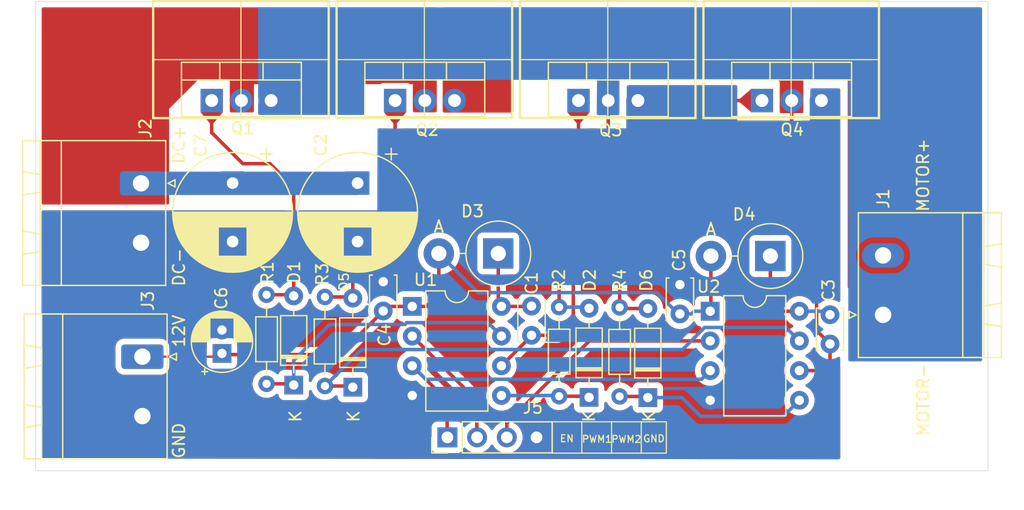
<source format=kicad_pcb>
(kicad_pcb (version 20240108) (generator "pcbnew") (generator_version "8.0")
  (layers (0 "F.Cu" signal) (31 "B.Cu" signal) (34 "B.Paste" user) (35 "F.Paste" user) (36 "B.SilkS" user "B.Silkscreen") (37 "F.SilkS" user "F.Silkscreen") (38 "B.Mask" user) (39 "F.Mask" user) (44 "Edge.Cuts" user))
  (net 0 "")
  (net 1 "Net-(D3-K)")
  (net 2 "Net-(J1-Pin_2)")
  (net 3 "GND")
  (net 4 "VDC")
  (net 5 "Net-(J1-Pin_1)")
  (net 6 "Net-(D4-K)")
  (net 7 "+12V")
  (net 8 "Net-(D1-A)")
  (net 9 "Net-(D1-K)")
  (net 10 "Net-(D2-K)")
  (net 11 "Net-(D2-A)")
  (net 12 "Net-(D5-A)")
  (net 13 "Net-(D6-K)")
  (net 14 "Net-(D6-A)")
  (net 15 "/EN")
  (net 16 "/PWM_1")
  (net 17 "/PWM_2")
  (net 18 "Net-(D5-K)")
  (footprint "Capacitor_THT:C_Disc_D3.4mm_W2.1mm_P2.50mm" (layer "F.Cu") (at 128.77 79.94 90)
    (property "Reference" "C5" (at 4.6 -0.07 90) (layer "F.SilkS"))
    (property "Value" "C/100nF/50V")
    (pad "1" thru_hole circle (at 0 0 90) (size 1.6 1.6) (drill 0.8) (layers "*.Cu" "*.Mask") (net 7 "+12V"))
    (pad "2" thru_hole circle (at 2.5 0 90) (size 1.6 1.6) (drill 0.8) (layers "*.Cu" "*.Mask") (net 3 "GND"))
  )
  (footprint "Diode_THT:D_DO-35_SOD27_P7.62mm_Horizontal" (layer "F.Cu") (at 121.01 87.08 90)
    (property "Reference" "D2" (at 10.02 0.05 90) (layer "F.SilkS"))
    (property "Value" "SOD27/1N4148")
    (fp_text user "K" (at -1.62 0 90) (layer "F.SilkS"))
    (pad "1" thru_hole rect (at 0 0 90) (size 1.6 1.6) (drill 0.8) (layers "*.Cu" "*.Mask") (net 10 "Net-(D2-K)"))
    (pad "2" thru_hole oval (at 7.62 0 90) (size 1.6 1.6) (drill 0.8) (layers "*.Cu" "*.Mask") (net 11 "Net-(D2-A)"))
  )
  (footprint "Diode_THT:D_DO-35_SOD27_P7.62mm_Horizontal" (layer "F.Cu") (at 126.03 87.1 90)
    (property "Reference" "D6" (at 10.04 -0.13 90) (layer "F.SilkS"))
    (property "Value" "SOD27/1N4148")
    (fp_text user "K" (at -1.6 0.11 90) (layer "F.SilkS"))
    (pad "1" thru_hole rect (at 0 0 90) (size 1.6 1.6) (drill 0.8) (layers "*.Cu" "*.Mask") (net 13 "Net-(D6-K)"))
    (pad "2" thru_hole oval (at 7.62 0 90) (size 1.6 1.6) (drill 0.8) (layers "*.Cu" "*.Mask") (net 14 "Net-(D6-A)"))
  )
  (footprint "Diode_THT:D_DO-35_SOD27_P7.62mm_Horizontal" (layer "F.Cu") (at 95.77 86.02 90)
    (property "Reference" "D1" (at 9.65 0.03 90) (layer "F.SilkS"))
    (property "Value" "SOD27/1N4148")
    (fp_text user "K" (at -2.68 0.15 90) (layer "F.SilkS"))
    (pad "1" thru_hole rect (at 0 0 90) (size 1.6 1.6) (drill 0.8) (layers "*.Cu" "*.Mask") (net 9 "Net-(D1-K)"))
    (pad "2" thru_hole oval (at 7.62 0 90) (size 1.6 1.6) (drill 0.8) (layers "*.Cu" "*.Mask") (net 8 "Net-(D1-A)"))
  )
  (footprint "Capacitor_THT:CP_Radial_D10.0mm_P5.00mm" (layer "F.Cu") (at 101.23 68.752323 -90)
    (property "Reference" "C2" (at -3.252323 3.14 90) (layer "F.SilkS"))
    (property "Value" "CP/220uF/50V")
    (pad "1" thru_hole rect (at 0 0 270) (size 2 2) (drill 1) (layers "*.Cu" "*.Mask") (net 4 "VDC"))
    (pad "2" thru_hole circle (at 5 0 270) (size 2 2) (drill 1) (layers "*.Cu" "*.Mask") (net 3 "GND"))
  )
  (footprint "Capacitor_THT:C_Disc_D3.4mm_W2.1mm_P2.50mm" (layer "F.Cu") (at 116.09 79.27 -90)
    (property "Reference" "C1" (at -1.96 -0.01 90) (layer "F.SilkS"))
    (property "Value" "2.54/330pF/50")
    (pad "1" thru_hole circle (at 0 0 270) (size 1.6 1.6) (drill 0.8) (layers "*.Cu" "*.Mask") (net 1 "Net-(D3-K)"))
    (pad "2" thru_hole circle (at 2.5 0 270) (size 1.6 1.6) (drill 0.8) (layers "*.Cu" "*.Mask") (net 5 "Net-(J1-Pin_1)"))
  )
  (footprint "Package_DIP:DIP-8_W7.62mm" (layer "F.Cu") (at 131.36 79.71)
    (property "Reference" "U2" (at -0.13 -2.1 0) (layer "F.SilkS"))
    (property "Value" "PDIP/IR2104PBF")
    (pad "1" thru_hole rect (at 0 0) (size 1.6 1.6) (drill 0.8) (layers "*.Cu" "*.Mask") (net 7 "+12V"))
    (pad "2" thru_hole oval (at 0 2.54) (size 1.6 1.6) (drill 0.8) (layers "*.Cu" "*.Mask") (net 17 "/PWM_2"))
    (pad "3" thru_hole oval (at 0 5.08) (size 1.6 1.6) (drill 0.8) (layers "*.Cu" "*.Mask") (net 15 "/EN"))
    (pad "4" thru_hole oval (at 0 7.62) (size 1.6 1.6) (drill 0.8) (layers "*.Cu" "*.Mask") (net 3 "GND"))
    (pad "5" thru_hole oval (at 7.62 7.62) (size 1.6 1.6) (drill 0.8) (layers "*.Cu" "*.Mask") (net 13 "Net-(D6-K)"))
    (pad "6" thru_hole oval (at 7.62 5.08) (size 1.6 1.6) (drill 0.8) (layers "*.Cu" "*.Mask") (net 2 "Net-(J1-Pin_2)"))
    (pad "7" thru_hole oval (at 7.62 2.54) (size 1.6 1.6) (drill 0.8) (layers "*.Cu" "*.Mask") (net 18 "Net-(D5-K)"))
    (pad "8" thru_hole oval (at 7.62 0) (size 1.6 1.6) (drill 0.8) (layers "*.Cu" "*.Mask") (net 6 "Net-(D4-K)"))
  )
  (footprint "Diode_THT:D_DO-35_SOD27_P7.62mm_Horizontal" (layer "F.Cu") (at 100.82 86.21 90)
    (property "Reference" "D5" (at 9.03 -0.75 90) (layer "F.SilkS") (effects (font (size 0.8 0.8) (thickness 0.125))))
    (property "Value" "SOD27/1N4148")
    (fp_text user "K" (at -2.49 0.06 90) (layer "F.SilkS"))
    (pad "1" thru_hole rect (at 0 0 90) (size 1.6 1.6) (drill 0.8) (layers "*.Cu" "*.Mask") (net 18 "Net-(D5-K)"))
    (pad "2" thru_hole oval (at 7.62 0 90) (size 1.6 1.6) (drill 0.8) (layers "*.Cu" "*.Mask") (net 12 "Net-(D5-A)"))
  )
  (footprint "Capacitor_THT:CP_Radial_D5.0mm_P2.00mm" (layer "F.Cu") (at 89.64 83.32 90)
    (property "Reference" "C6" (at 4.72 -0.06 90) (layer "F.SilkS"))
    (property "Value" "CP/10uF/50V")
    (pad "1" thru_hole rect (at 0 0 90) (size 1.6 1.6) (drill 0.8) (layers "*.Cu" "*.Mask") (net 7 "+12V"))
    (pad "2" thru_hole circle (at 2 0 90) (size 1.6 1.6) (drill 0.8) (layers "*.Cu" "*.Mask") (net 3 "GND"))
  )
  (footprint "Connector_Phoenix_MSTB:PhoenixContact_MSTBA_2,5_2-G-5,08_1x02_P5.08mm_Horizontal" (layer "F.Cu") (at 146.1325 80.02 90)
    (property "Reference" "J1" (at 9.95 0.0175 90) (layer "F.SilkS"))
    (property "Value" "MX-5.08-2-R/2PIN")
    (pad "1" thru_hole roundrect (at 0 0 90) (size 2.08 3.6) (drill 1.4) (layers "*.Cu" "*.Mask") (roundrect_rratio 0.120192) (net 5 "Net-(J1-Pin_1)"))
    (pad "2" thru_hole oval (at 5.08 0 90) (size 2.08 3.6) (drill 1.4) (layers "*.Cu" "*.Mask") (net 2 "Net-(J1-Pin_2)"))
  )
  (footprint "Diode_THT:D_DO-201AE_P5.08mm_Vertical_AnodeUp" (layer "F.Cu") (at 113.25 74.77 180)
    (property "Reference" "D3" (at 2.2 3.61 360) (layer "F.SilkS"))
    (property "Value" "DO41/1N4007")
    (fp_text user "A" (at 5.08 2.3 360) (layer "F.SilkS"))
    (pad "1" thru_hole rect (at 0 0 180) (size 2.6 2.6) (drill 1.3) (layers "*.Cu" "*.Mask") (net 1 "Net-(D3-K)"))
    (pad "2" thru_hole oval (at 5.08 0 180) (size 2.6 2.6) (drill 1.3) (layers "*.Cu" "*.Mask") (net 7 "+12V"))
  )
  (footprint "Resistor_THT:R_Axial_DIN0204_L3.6mm_D1.6mm_P7.62mm_Horizontal" (layer "F.Cu") (at 98.44 86.11 90)
    (property "Reference" "R3" (at 9.56 -0.23 90) (layer "F.SilkS"))
    (property "Value" "R/10/0.25W")
    (pad "1" thru_hole circle (at 0 0 90) (size 1.4 1.4) (drill 0.7) (layers "*.Cu" "*.Mask") (net 18 "Net-(D5-K)"))
    (pad "2" thru_hole oval (at 7.62 0 90) (size 1.4 1.4) (drill 0.7) (layers "*.Cu" "*.Mask") (net 12 "Net-(D5-A)"))
  )
  (footprint "Capacitor_THT:CP_Radial_D10.0mm_P5.00mm" (layer "F.Cu") (at 90.55 68.752323 -90)
    (property "Reference" "C7" (at -3.202323 2.71 90) (layer "F.SilkS"))
    (property "Value" "CP/220uF/50V")
    (pad "1" thru_hole rect (at 0 0 270) (size 2 2) (drill 1) (layers "*.Cu" "*.Mask") (net 4 "VDC"))
    (pad "2" thru_hole circle (at 5 0 270) (size 2 2) (drill 1) (layers "*.Cu" "*.Mask") (net 3 "GND"))
  )
  (footprint "MinhDfm:TO-220-3_Vertical_Heatsink" (layer "F.Cu") (at 135.78 61.69)
    (property "Reference" "Q4" (at 2.58 2.5 0) (layer "F.SilkS"))
    (property "Value" "TO-220/IRF540N")
    (pad "1" thru_hole rect (at 0 0) (size 1.905 2) (drill 1.1) (layers "*.Cu" "*.Mask") (net 14 "Net-(D6-A)"))
    (pad "2" thru_hole oval (at 2.54 0) (size 1.905 2) (drill 1.1) (layers "*.Cu" "*.Mask") (net 2 "Net-(J1-Pin_2)"))
    (pad "3" thru_hole oval (at 5.08 0) (size 1.905 2) (drill 1.1) (layers "*.Cu" "*.Mask") (net 3 "GND"))
  )
  (footprint "MinhDfm:TO-220-3_Vertical_Heatsink" (layer "F.Cu") (at 120.106666 61.69)
    (property "Reference" "Q3" (at 2.753334 2.54 0) (layer "F.SilkS"))
    (property "Value" "TO-220/IRF540N")
    (pad "1" thru_hole rect (at 0 0) (size 1.905 2) (drill 1.1) (layers "*.Cu" "*.Mask") (net 11 "Net-(D2-A)"))
    (pad "2" thru_hole oval (at 2.54 0) (size 1.905 2) (drill 1.1) (layers "*.Cu" "*.Mask") (net 5 "Net-(J1-Pin_1)"))
    (pad "3" thru_hole oval (at 5.08 0) (size 1.905 2) (drill 1.1) (layers "*.Cu" "*.Mask") (net 3 "GND"))
  )
  (footprint "Capacitor_THT:C_Disc_D3.4mm_W2.1mm_P2.50mm" (layer "F.Cu") (at 103.42 79.69 90)
    (property "Reference" "C4" (at -2.06 0.11 90) (layer "F.SilkS"))
    (property "Value" "C/100nF/50V")
    (pad "1" thru_hole circle (at 0 0 90) (size 1.6 1.6) (drill 0.8) (layers "*.Cu" "*.Mask") (net 7 "+12V"))
    (pad "2" thru_hole circle (at 2.5 0 90) (size 1.6 1.6) (drill 0.8) (layers "*.Cu" "*.Mask") (net 3 "GND"))
  )
  (footprint "MinhDfm:TO-220-3_Vertical_Heatsink" (layer "F.Cu") (at 104.433333 61.69)
    (property "Reference" "Q2" (at 2.746667 2.5 0) (layer "F.SilkS"))
    (property "Value" "TO-220/IRF540N")
    (pad "1" thru_hole rect (at 0 0) (size 1.905 2) (drill 1.1) (layers "*.Cu" "*.Mask") (net 12 "Net-(D5-A)"))
    (pad "2" thru_hole oval (at 2.54 0) (size 1.905 2) (drill 1.1) (layers "*.Cu" "*.Mask") (net 4 "VDC"))
    (pad "3" thru_hole oval (at 5.08 0) (size 1.905 2) (drill 1.1) (layers "*.Cu" "*.Mask") (net 2 "Net-(J1-Pin_2)"))
  )
  (footprint "MinhDfm:TO-220-3_Vertical_Heatsink" (layer "F.Cu") (at 88.76 61.69)
    (property "Reference" "Q1" (at 2.65 2.37 0) (layer "F.SilkS"))
    (property "Value" "TO-220/IRF540N")
    (pad "1" thru_hole rect (at 0 0) (size 1.905 2) (drill 1.1) (layers "*.Cu" "*.Mask") (net 8 "Net-(D1-A)"))
    (pad "2" thru_hole oval (at 2.54 0) (size 1.905 2) (drill 1.1) (layers "*.Cu" "*.Mask") (net 4 "VDC"))
    (pad "3" thru_hole oval (at 5.08 0) (size 1.905 2) (drill 1.1) (layers "*.Cu" "*.Mask") (net 5 "Net-(J1-Pin_1)"))
  )
  (footprint "Connector_Phoenix_MSTB:PhoenixContact_MSTBA_2,5_2-G-5,08_1x02_P5.08mm_Horizontal" (layer "F.Cu") (at 82.84 83.6 -90)
    (property "Reference" "J3" (at -4.78 -0.47 90) (layer "F.SilkS"))
    (property "Value" "MX-5.08-2-R/2PIN")
    (pad "1" thru_hole roundrect (at 0 0 270) (size 2.08 3.6) (drill 1.4) (layers "*.Cu" "*.Mask") (roundrect_rratio 0.120192) (net 7 "+12V"))
    (pad "2" thru_hole oval (at 5.08 0 270) (size 2.08 3.6) (drill 1.4) (layers "*.Cu" "*.Mask") (net 3 "GND"))
  )
  (footprint "Diode_THT:D_DO-201AE_P5.08mm_Vertical_AnodeUp" (layer "F.Cu") (at 136.5 74.99 180)
    (property "Reference" "D4" (at 2.24 3.56 360) (layer "F.SilkS"))
    (property "Value" "DO41/1N4007")
    (fp_text user "A" (at 5.08 2.3 360) (layer "F.SilkS"))
    (pad "1" thru_hole rect (at 0 0 180) (size 2.6 2.6) (drill 1.3) (layers "*.Cu" "*.Mask") (net 6 "Net-(D4-K)"))
    (pad "2" thru_hole oval (at 5.08 0 180) (size 2.6 2.6) (drill 1.3) (layers "*.Cu" "*.Mask") (net 7 "+12V"))
  )
  (footprint "Resistor_THT:R_Axial_DIN0204_L3.6mm_D1.6mm_P7.62mm_Horizontal" (layer "F.Cu") (at 118.45 86.98 90)
    (property "Reference" "R2" (at 9.92 -0.02 90) (layer "F.SilkS"))
    (property "Value" "R/10/0.25W")
    (pad "1" thru_hole circle (at 0 0 90) (size 1.4 1.4) (drill 0.7) (layers "*.Cu" "*.Mask") (net 10 "Net-(D2-K)"))
    (pad "2" thru_hole oval (at 7.62 0 90) (size 1.4 1.4) (drill 0.7) (layers "*.Cu" "*.Mask") (net 11 "Net-(D2-A)"))
  )
  (footprint "Connector_PinHeader_2.54mm:PinHeader_1x04_P2.54mm_Vertical" (layer "F.Cu") (at 108.9 90.5 90)
    (property "Reference" "J5" (at 2.54 7.31 180) (layer "F.SilkS"))
    (property "Value" "Conn_01x04_Pin")
    (pad "1" thru_hole rect (at 0 0 90) (size 1.7 1.7) (drill 1) (layers "*.Cu" "*.Mask") (net 15 "/EN"))
    (pad "2" thru_hole oval (at 0 2.54 90) (size 1.7 1.7) (drill 1) (layers "*.Cu" "*.Mask") (net 16 "/PWM_1"))
    (pad "3" thru_hole oval (at 0 5.08 90) (size 1.7 1.7) (drill 1) (layers "*.Cu" "*.Mask") (net 17 "/PWM_2"))
    (pad "4" thru_hole oval (at 0 7.62 90) (size 1.7 1.7) (drill 1) (layers "*.Cu" "*.Mask") (net 3 "GND"))
  )
  (footprint "Connector_Phoenix_MSTB:PhoenixContact_MSTBA_2,5_2-G-5,08_1x02_P5.08mm_Horizontal" (layer "F.Cu") (at 82.72 68.77 -90)
    (property "Reference" "J2" (at -4.7 -0.38 90) (layer "F.SilkS"))
    (property "Value" "MX-5.08-2-R/2PIN")
    (pad "1" thru_hole roundrect (at 0 0 270) (size 2.08 3.6) (drill 1.4) (layers "*.Cu" "*.Mask") (roundrect_rratio 0.120192) (net 4 "VDC"))
    (pad "2" thru_hole oval (at 5.08 0 270) (size 2.08 3.6) (drill 1.4) (layers "*.Cu" "*.Mask") (net 3 "GND"))
  )
  (footprint "Package_DIP:DIP-8_W7.62mm" (layer "F.Cu") (at 105.9 79.3)
    (property "Reference" "U1" (at 1.14 -2.28 0) (layer "F.SilkS"))
    (property "Value" "PDIP/IR2104PBF")
    (pad "1" thru_hole rect (at 0 0) (size 1.6 1.6) (drill 0.8) (layers "*.Cu" "*.Mask") (net 7 "+12V"))
    (pad "2" thru_hole oval (at 0 2.54) (size 1.6 1.6) (drill 0.8) (layers "*.Cu" "*.Mask") (net 16 "/PWM_1"))
    (pad "3" thru_hole oval (at 0 5.08) (size 1.6 1.6) (drill 0.8) (layers "*.Cu" "*.Mask") (net 15 "/EN"))
    (pad "4" thru_hole oval (at 0 7.62) (size 1.6 1.6) (drill 0.8) (layers "*.Cu" "*.Mask") (net 3 "GND"))
    (pad "5" thru_hole oval (at 7.62 7.62) (size 1.6 1.6) (drill 0.8) (layers "*.Cu" "*.Mask") (net 10 "Net-(D2-K)"))
    (pad "6" thru_hole oval (at 7.62 5.08) (size 1.6 1.6) (drill 0.8) (layers "*.Cu" "*.Mask") (net 5 "Net-(J1-Pin_1)"))
    (pad "7" thru_hole oval (at 7.62 2.54) (size 1.6 1.6) (drill 0.8) (layers "*.Cu" "*.Mask") (net 9 "Net-(D1-K)"))
    (pad "8" thru_hole oval (at 7.62 0) (size 1.6 1.6) (drill 0.8) (layers "*.Cu" "*.Mask") (net 1 "Net-(D3-K)"))
  )
  (footprint "Resistor_THT:R_Axial_DIN0204_L3.6mm_D1.6mm_P7.62mm_Horizontal" (layer "F.Cu") (at 123.62 87 90)
    (property "Reference" "R4" (at 9.94 0.02 90) (layer "F.SilkS"))
    (property "Value" "R/10/0.25W")
    (pad "1" thru_hole circle (at 0 0 90) (size 1.4 1.4) (drill 0.7) (layers "*.Cu" "*.Mask") (net 13 "Net-(D6-K)"))
    (pad "2" thru_hole oval (at 7.62 0 90) (size 1.4 1.4) (drill 0.7) (layers "*.Cu" "*.Mask") (net 14 "Net-(D6-A)"))
  )
  (footprint "Resistor_THT:R_Axial_DIN0204_L3.6mm_D1.6mm_P7.62mm_Horizontal" (layer "F.Cu") (at 93.45 85.92 90)
    (property "Reference" "R1" (at 9.5 0.08 90) (layer "F.SilkS"))
    (property "Value" "R/10/0.25W")
    (pad "1" thru_hole circle (at 0 0 90) (size 1.4 1.4) (drill 0.7) (layers "*.Cu" "*.Mask") (net 9 "Net-(D1-K)"))
    (pad "2" thru_hole oval (at 7.62 0 90) (size 1.4 1.4) (drill 0.7) (layers "*.Cu" "*.Mask") (net 8 "Net-(D1-A)"))
  )
  (footprint "Capacitor_THT:C_Disc_D3.4mm_W2.1mm_P2.50mm" (layer "F.Cu") (at 141.6 80.01 -90)
    (property "Reference" "C3" (at -2.08 0.13 90) (layer "F.SilkS"))
    (property "Value" "C/330pF/50")
    (pad "1" thru_hole circle (at 0 0 270) (size 1.6 1.6) (drill 0.8) (layers "*.Cu" "*.Mask") (net 6 "Net-(D4-K)"))
    (pad "2" thru_hole circle (at 2.5 0 270) (size 1.6 1.6) (drill 0.8) (layers "*.Cu" "*.Mask") (net 2 "Net-(J1-Pin_2)"))
  )
  (gr_line (start 125.47 89.17) (end 125.47 91.85) (stroke (width 0.1)) (layer "F.SilkS"))
  (gr_rect (start 117.85 89.17) (end 127.61 91.85) (stroke (width 0.1)) (fill none) (layer "F.SilkS"))
  (gr_line (start 120.39 89.17) (end 120.39 91.85) (stroke (width 0.1)) (layer "F.SilkS"))
  (gr_line (start 117.85 89.17) (end 117.85 91.85) (stroke (width 0.1)) (layer "F.SilkS"))
  (gr_line (start 122.93 89.17) (end 122.93 91.85) (stroke (width 0.1)) (layer "F.SilkS"))
  (gr_rect (start 73.73 53.22) (end 155.09 93.36) (stroke (width 0.05)) (fill none) (layer "Edge.Cuts"))
  (gr_text "DC-" (at 86.55 77.67 90) (layer "F.SilkS") (effects (font (size 1 1)) (justify left bottom)))
  (gr_text "GND" (at 86.55 92.4 90) (layer "F.SilkS") (effects (font (size 1 1)) (justify left bottom)))
  (gr_text "PWM1" (at 120.34 91 0) (layer "F.SilkS") (effects (font (size 0.6 0.6) (thickness 0.1)) (justify left bottom)))
  (gr_text "GND" (at 125.57 90.96 0) (layer "F.SilkS") (effects (font (size 0.6 0.6) (thickness 0.1)) (justify left bottom)))
  (gr_text "EN" (at 118.46 90.95 0) (layer "F.SilkS") (effects (font (size 0.6 0.6) (thickness 0.1)) (justify left bottom)))
  (gr_text "MOTOR-" (at 150.14 90.49 90) (layer "F.SilkS") (effects (font (size 1 1)) (justify left bottom)))
  (gr_text "12V" (at 86.55 82.89 90) (layer "F.SilkS") (effects (font (size 1 1)) (justify left bottom)))
  (gr_text "PWM2" (at 122.86 91.01 0) (layer "F.SilkS") (effects (font (size 0.6 0.6) (thickness 0.1)) (justify left bottom)))
  (gr_text "MOTOR+" (at 150.1325 71.29 90) (layer "F.SilkS") (effects (font (size 1 1)) (justify left bottom)))
  (gr_text "DC+" (at 86.55 67.19 90) (layer "F.SilkS") (effects (font (size 1 1)) (justify left bottom)))
  (segment (start 113.52 79.3) (end 116.06 79.3) (width 0.3) (layer "F.Cu") (net 1))
  (segment (start 113.25 74.77) (end 113.25 79.03) (width 0.3) (layer "F.Cu") (net 1))
  (segment (start 141.6 82.51) (end 140.45 81.36) (width 0.3) (layer "F.Cu") (net 2))
  (segment (start 140.45 65.85) (end 138.32 63.72) (width 0.3) (layer "F.Cu") (net 2))
  (segment (start 140.45 81.36) (end 140.45 65.85) (width 0.3) (layer "F.Cu") (net 2))
  (segment (start 138.98 84.79) (end 141.08 84.79) (width 0.3) (layer "F.Cu") (net 2))
  (segment (start 138.32 63.72) (end 138.32 61.69) (width 0.3) (layer "F.Cu") (net 2))
  (segment (start 141.08 84.79) (end 141.6 84.27) (width 0.3) (layer "F.Cu") (net 2))
  (segment (start 141.6 84.27) (end 141.6 82.51) (width 0.3) (layer "F.Cu") (net 2))
  (segment (start 139.4 65.37) (end 140.86 63.91) (width 2) (layer "B.Cu") (net 3))
  (segment (start 107.87 88.89) (end 114.91 88.89) (width 0.3) (layer "B.Cu") (net 3))
  (segment (start 107.477677 70.092323) (end 103.72 73.85) (width 2) (layer "B.Cu") (net 3))
  (segment (start 125.186666 61.69) (end 125.186666 64.69) (width 2) (layer "B.Cu") (net 3))
  (segment (start 125.186666 61.69) (end 128.866666 65.37) (width 2) (layer "B.Cu") (net 3))
  (segment (start 103.72 73.85) (end 82.72 73.85) (width 2) (layer "B.Cu") (net 3))
  (segment (start 119.784343 70.092323) (end 107.477677 70.092323) (width 2) (layer "B.Cu") (net 3))
  (segment (start 125.186666 64.69) (end 119.784343 70.092323) (width 2) (layer "B.Cu") (net 3))
  (segment (start 128.866666 65.37) (end 139.4 65.37) (width 2) (layer "B.Cu") (net 3))
  (segment (start 140.86 63.91) (end 140.86 61.69) (width 2) (layer "B.Cu") (net 3))
  (segment (start 105.9 86.92) (end 107.87 88.89) (width 0.3) (layer "B.Cu") (net 3))
  (segment (start 114.91 88.89) (end 116.52 90.5) (width 0.3) (layer "B.Cu") (net 3))
  (segment (start 82.72 63.3775) (end 87.3375 58.76) (width 2) (layer "F.Cu") (net 4))
  (segment (start 105.855833 58.76) (end 106.973333 59.8775) (width 2) (layer "F.Cu") (net 4))
  (segment (start 87.3375 58.76) (end 91.36 58.76) (width 2) (layer "F.Cu") (net 4))
  (segment (start 91.36 61.63) (end 91.3 61.69) (width 2) (layer "F.Cu") (net 4))
  (segment (start 91.36 58.76) (end 91.36 61.63) (width 2) (layer "F.Cu") (net 4))
  (segment (start 91.36 58.76) (end 105.855833 58.76) (width 2) (layer "F.Cu") (net 4))
  (segment (start 106.973333 59.8775) (end 106.973333 61.69) (width 2) (layer "F.Cu") (net 4))
  (segment (start 82.72 68.77) (end 82.72 63.3775) (width 2) (layer "F.Cu") (net 4))
  (segment (start 82.72 68.77) (end 101.212323 68.77) (width 2) (layer "B.Cu") (net 4))
  (segment (start 116.09 81.77) (end 118.28 81.77) (width 0.3) (layer "F.Cu") (net 5))
  (segment (start 113.52 84.38) (end 116.09 81.81) (width 0.3) (layer "F.Cu") (net 5))
  (segment (start 119.66 67.28) (end 122.646666 64.293334) (width 0.3) (layer "F.Cu") (net 5))
  (segment (start 118.28 81.77) (end 119.66 80.39) (width 0.3) (layer "F.Cu") (net 5))
  (segment (start 122.646666 64.293334) (end 122.646666 61.69) (width 0.3) (layer "F.Cu") (net 5))
  (segment (start 119.66 80.39) (end 119.66 67.28) (width 0.3) (layer "F.Cu") (net 5))
  (segment (start 122.646666 56.166666) (end 122.63 56.15) (width 2.5) (layer "B.Cu") (net 5))
  (segment (start 146.1325 80.02) (end 150.66 75.4925) (width 2.5) (layer "B.Cu") (net 5))
  (segment (start 119.53 56.15) (end 95.3 56.15) (width 3) (layer "B.Cu") (net 5))
  (segment (start 150.66 61.91) (end 144.67 55.92) (width 2.5) (layer "B.Cu") (net 5))
  (segment (start 119.76 55.92) (end 119.53 56.15) (width 2.5) (layer "B.Cu") (net 5))
  (segment (start 150.66 75.4925) (end 150.66 61.91) (width 2.5) (layer "B.Cu") (net 5))
  (segment (start 122.63 56.15) (end 119.53 56.15) (width 3) (layer "B.Cu") (net 5))
  (segment (start 144.67 55.92) (end 119.76 55.92) (width 2.5) (layer "B.Cu") (net 5))
  (segment (start 95.3 56.15) (end 95.3 57.09) (width 3) (layer "B.Cu") (net 5))
  (segment (start 136.5 74.99) (end 136.5 79.07) (width 0.3) (layer "F.Cu") (net 6))
  (segment (start 137.14 79.71) (end 138.98 79.71) (width 0.3) (layer "F.Cu") (net 6))
  (segment (start 136.5 79.07) (end 137.14 79.71) (width 0.3) (layer "F.Cu") (net 6))
  (segment (start 138.98 79.71) (end 141.3 79.71) (width 0.3) (layer "B.Cu") (net 6))
  (segment (start 141.3 79.71) (end 141.6 80.01) (width 0.3) (layer "B.Cu") (net 6))
  (segment (start 105.9 79.3) (end 107.09 79.3) (width 0.3) (layer "F.Cu") (net 7))
  (segment (start 99.69 83.42) (end 103.81 79.3) (width 0.3) (layer "F.Cu") (net 7))
  (segment (start 82.84 83.6) (end 88.78 83.6) (width 0.2) (layer "F.Cu") (net 7))
  (segment (start 103.81 79.3) (end 105.9 79.3) (width 0.3) (layer "F.Cu") (net 7))
  (segment (start 89.74 83.42) (end 99.69 83.42) (width 0.3) (layer "F.Cu") (net 7))
  (segment (start 108.17 78.22) (end 108.17 74.77) (width 0.3) (layer "F.Cu") (net 7))
  (segment (start 107.09 79.3) (end 108.17 78.22) (width 0.3) (layer "F.Cu") (net 7))
  (segment (start 89.64 83.32) (end 89.74 83.42) (width 0.3) (layer "F.Cu") (net 7))
  (segment (start 131.42 74.99) (end 131.42 79.65) (width 0.3) (layer "F.Cu") (net 7))
  (segment (start 128.77 79.94) (end 129.76 79.94) (width 0.3) (layer "B.Cu") (net 7))
  (segment (start 103.81 79.3) (end 103.42 79.69) (width 0.3) (layer "B.Cu") (net 7))
  (segment (start 126.81 78.12) (end 128.63 79.94) (width 0.3) (layer "B.Cu") (net 7))
  (segment (start 129.99 79.71) (end 131.36 79.71) (width 0.3) (layer "B.Cu") (net 7))
  (segment (start 111.52 78.12) (end 126.81 78.12) (width 0.3) (layer "B.Cu") (net 7))
  (segment (start 129.76 79.94) (end 129.99 79.71) (width 0.3) (layer "B.Cu") (net 7))
  (segment (start 108.17 74.77) (end 111.52 78.12) (width 0.3) (layer "B.Cu") (net 7))
  (segment (start 128.63 79.94) (end 128.77 79.94) (width 0.3) (layer "B.Cu") (net 7))
  (segment (start 88.76 61.69) (end 88.76 64.43) (width 0.3) (layer "F.Cu") (net 8))
  (segment (start 88.76 64.43) (end 91.42 67.09) (width 0.3) (layer "F.Cu") (net 8))
  (segment (start 93.74 67.09) (end 95.77 69.12) (width 0.3) (layer "F.Cu") (net 8))
  (segment (start 95.77 69.12) (end 95.77 78.4) (width 0.3) (layer "F.Cu") (net 8))
  (segment (start 91.42 67.09) (end 93.74 67.09) (width 0.3) (layer "F.Cu") (net 8))
  (segment (start 93.45 78.3) (end 95.67 78.3) (width 0.3) (layer "F.Cu") (net 8))
  (segment (start 93.45 85.92) (end 95.67 85.92) (width 0.3) (layer "F.Cu") (net 9))
  (segment (start 95.77 83.92) (end 98.85 80.84) (width 0.3) (layer "B.Cu") (net 9))
  (segment (start 112.37 80.69) (end 113.52 81.84) (width 0.3) (layer "B.Cu") (net 9))
  (segment (start 98.85 80.84) (end 105.273654 80.84) (width 0.3) (layer "B.Cu") (net 9))
  (segment (start 95.77 86.02) (end 95.77 83.92) (width 0.3) (layer "B.Cu") (net 9))
  (segment (start 105.423654 80.69) (end 112.37 80.69) (width 0.3) (layer "B.Cu") (net 9))
  (segment (start 105.273654 80.84) (end 105.423654 80.69) (width 0.3) (layer "B.Cu") (net 9))
  (segment (start 118.45 86.98) (end 120.91 86.98) (width 0.3) (layer "F.Cu") (net 10))
  (segment (start 113.52 86.92) (end 118.39 86.92) (width 0.3) (layer "B.Cu") (net 10))
  (segment (start 120.106666 64.923334) (end 120.106666 61.69) (width 0.3) (layer "F.Cu") (net 11))
  (segment (start 118.45 79.36) (end 118.45 66.58) (width 0.3) (layer "F.Cu") (net 11))
  (segment (start 118.45 66.58) (end 120.106666 64.923334) (width 0.3) (layer "F.Cu") (net 11))
  (segment (start 118.45 79.36) (end 120.91 79.36) (width 0.3) (layer "B.Cu") (net 11))
  (segment (start 98.44 78.49) (end 100.72 78.49) (width 0.3) (layer "F.Cu") (net 12))
  (segment (start 104.433333 73.186667) (end 104.433333 61.69) (width 0.3) (layer "F.Cu") (net 12))
  (segment (start 100.82 76.8) (end 104.433333 73.186667) (width 0.3) (layer "F.Cu") (net 12))
  (segment (start 100.82 78.59) (end 100.82 76.8) (width 0.3) (layer "F.Cu") (net 12))
  (segment (start 123.62 87) (end 125.93 87) (width 0.3) (layer "F.Cu") (net 13))
  (segment (start 130.54 88.7) (end 137.61 88.7) (width 0.3) (layer "B.Cu") (net 13))
  (segment (start 126.03 87.1) (end 128.94 87.1) (width 0.3) (layer "B.Cu") (net 13))
  (segment (start 128.94 87.1) (end 130.54 88.7) (width 0.3) (layer "B.Cu") (net 13))
  (segment (start 137.61 88.7) (end 138.98 87.33) (width 0.3) (layer "B.Cu") (net 13))
  (segment (start 126.03 79.48) (end 123.72 79.48) (width 0.3) (layer "F.Cu") (net 14))
  (segment (start 123.62 70.58) (end 132.5 61.7) (width 0.3) (layer "F.Cu") (net 14))
  (segment (start 123.62 79.38) (end 123.62 70.58) (width 0.3) (layer "F.Cu") (net 14))
  (segment (start 133.06 61.69) (end 135.78 61.69) (width 0.3) (layer "F.Cu") (net 14))
  (segment (start 132.5 61.7) (end 133.05 61.7) (width 0.3) (layer "F.Cu") (net 14))
  (segment (start 133.05 61.7) (end 133.06 61.69) (width 0.3) (layer "F.Cu") (net 14))
  (segment (start 108.88 87.36) (end 108.88 90.48) (width 0.3) (layer "F.Cu") (net 15))
  (segment (start 105.9 84.38) (end 108.88 87.36) (width 0.3) (layer "F.Cu") (net 15))
  (segment (start 105.9 84.38) (end 107.05 85.53) (width 0.3) (layer "B.Cu") (net 15))
  (segment (start 130.62 85.53) (end 131.36 84.79) (width 0.3) (layer "B.Cu") (net 15))
  (segment (start 107.05 85.53) (end 130.62 85.53) (width 0.3) (layer "B.Cu") (net 15))
  (segment (start 111.42 87.36) (end 111.42 90.48) (width 0.3) (layer "F.Cu") (net 16))
  (segment (start 105.9 81.84) (end 111.42 87.36) (width 0.3) (layer "F.Cu") (net 16))
  (segment (start 113.98 89.297919) (end 121.027919 82.25) (width 0.3) (layer "F.Cu") (net 17))
  (segment (start 113.98 90.5) (end 113.98 89.297919) (width 0.3) (layer "F.Cu") (net 17))
  (segment (start 121.027919 82.25) (end 131.36 82.25) (width 0.3) (layer "F.Cu") (net 17))
  (segment (start 98.44 86.11) (end 100.72 86.11) (width 0.3) (layer "F.Cu") (net 18))
  (segment (start 128.993654 82.99) (end 130.883654 81.1) (width 0.3) (layer "B.Cu") (net 18))
  (segment (start 130.883654 81.1) (end 137.83 81.1) (width 0.3) (layer "B.Cu") (net 18))
  (segment (start 98.44 86.11) (end 101.56 82.99) (width 0.3) (layer "B.Cu") (net 18))
  (segment (start 101.56 82.99) (end 128.993654 82.99) (width 0.3) (layer "B.Cu") (net 18))
  (segment (start 137.83 81.1) (end 138.98 82.25) (width 0.3) (layer "B.Cu") (net 18))
  (zone (net 2) (net_name "Net-(J1-Pin_2)") (layer "F.Cu") (priority 1) (connect_pads yes (clearance 0.5)) (min_thickness 0.25) (fill yes (thermal_gap 0.5) (thermal_bridge_width 0.5) (smoothing fillet) (island_removal_mode 1) (island_area_min 10))
    (polygon (pts (xy 108.5 62.72) (xy 108.5 53.22) (xy 108.53 53.19) (xy 155.03 53.19) (xy 155.03 77.7) (xy 154.97 77.76) (xy 143.11 77.76) (xy 143.11 77.76) (xy 143.11 59.91) (xy 143.11 59.91) (xy 139.36 59.91) (xy 139.32 59.95) (xy 139.32 62.72) (xy 139.27 62.77) (xy 137.32 62.77) (xy 137.3 62.75) (xy 137.3 60.09) (xy 136.97 59.76) (xy 114.55 59.76) (xy 114.55 62.72)))
  )
  (zone (net 4) (net_name "VDC") (layer "F.Cu") (connect_pads yes (clearance 0.5)) (min_thickness 0.25) (fill yes (thermal_gap 0.5) (thermal_bridge_width 0.5) (smoothing fillet) (island_removal_mode 1) (island_area_min 10))
    (polygon (pts (xy 85.1 71.08) (xy 73.74 71.08) (xy 73.74 53.25) (xy 73.77 53.22) (xy 108.01 53.22) (xy 108.04 53.25) (xy 108.04 62.69) (xy 108.03 62.7) (xy 105.95 62.7) (xy 105.95 62.7) (xy 105.95 60.29) (xy 92.41 60.29) (xy 92.37 60.33) (xy 92.37 62.71) (xy 92.37 62.71) (xy 90.31 62.71) (xy 90.31 59.96) (xy 90.29 59.94) (xy 87.57 59.94) (xy 85.12 62.39) (xy 85.12 71.06)))
  )
  (zone (net 3) (net_name "GND") (layers "F&B.Cu") (priority 3) (connect_pads yes (clearance 0.5)) (min_thickness 0.25) (fill yes (thermal_gap 0.5) (thermal_bridge_width 0.5) (smoothing fillet) (island_removal_mode 1) (island_area_min 10))
    (polygon (pts (xy 74.06 71.09) (xy 102.92 71.09) (xy 102.92 71.09) (xy 102.93 64.08) (xy 124.24 64.08) (xy 124.24 63.13) (xy 124.24 60.38) (xy 124.24 60.38) (xy 133.67 60.38) (xy 133.67 63.41) (xy 133.67 63.41) (xy 139.84 63.41) (xy 139.92 63.33) (xy 139.92 60.66) (xy 139.93 60.65) (xy 142.44 60.65) (xy 142.47 60.68) (xy 142.47 92.37) (xy 73.78 92.310468) (xy 73.78 71.09)))
  )
  (zone (net 5) (net_name "Net-(J1-Pin_1)") (layer "B.Cu") (priority 2) (connect_pads yes (clearance 0.5)) (min_thickness 0.25) (fill yes (thermal_gap 0.5) (thermal_bridge_width 0.5) (smoothing fillet) (island_removal_mode 1) (island_area_min 10))
    (polygon (pts (xy 143.16 83.92) (xy 143.24 84) (xy 155.19 84) (xy 155.19 53.79) (xy 155.06 53.66) (xy 92.73 53.66) (xy 92.73 53.66) (xy 92.73 62.89) (xy 92.76 62.92) (xy 101.8 62.92) (xy 101.82 62.9) (xy 101.82 59.92) (xy 101.82 59.92) (xy 121.69 59.92) (xy 121.66 62.94) (xy 123.6 62.94) (xy 123.6 59.94) (xy 123.59 59.93) (xy 123.99 59.92) (xy 143.16 59.941492) (xy 143.16 59.941492)))
  )
)
</source>
